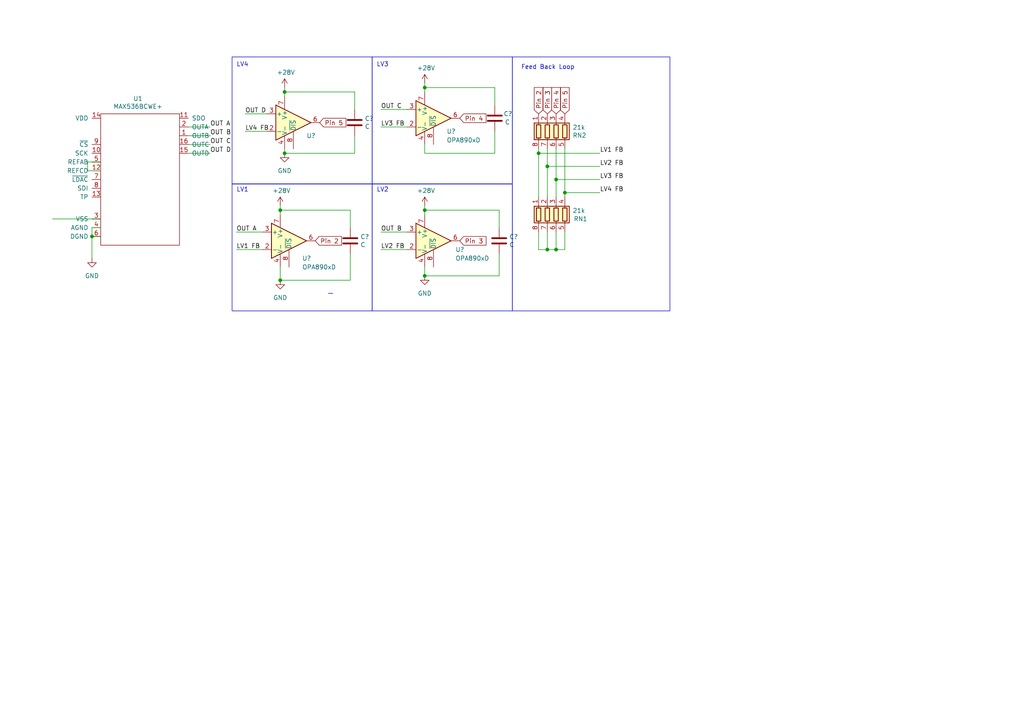
<source format=kicad_sch>
(kicad_sch (version 20230121) (generator eeschema)
  (paper "A4")
  (lib_symbols
    (symbol "Amplifier_Operational:OPA890xD" (pin_names (offset 0.127))
      (property "Reference" "U" (at -1.27 6.35 0))
      (property "Value" "OPA890xD" (at -1.27 3.81 0))
      (symbol "OPA890xD_0_1"
        (polyline (pts (xy -5.08 5.08) (xy 5.08 0) (xy -5.08 -5.08) (xy -5.08 5.08)) (stroke (width 0.254)) (fill (type background)))
        (pin power_in line (at -2.54 -7.62 90) (length 3.81) (name "V-") (number "4"))
        (pin power_in line (at -2.54 7.62 270) (length 3.81) (name "V+") (number "7"))
      )
      (symbol "OPA890xD_1_1"
        (pin no_connect line (at -5.08 5.08 270) (length 2.54) hide (name "NC") (number "1"))
        (pin input line (at -7.62 -2.54 0) (length 2.54) (name "-") (number "2"))
        (pin input line (at -7.62 2.54 0) (length 2.54) (name "+") (number "3"))
        (pin no_connect line (at -5.08 -5.08 90) (length 3.81) hide (name "NC") (number "5"))
        (pin output line (at 7.62 0 180) (length 2.54) (name "~") (number "6"))
        (pin input line (at 0 -7.62 90) (length 5.08) (name "~{DIS}") (number "8"))
      )
    )
    (symbol "Created Symbols for DACBoard:MAX536BCWE+" (pin_names (offset 1.016))
      (property "Reference" "U" (at 0 0 0))
      (property "Value" "MAX536BCWE+" (at 0 0 0))
      (symbol "MAX536BCWE+_0_1"
        (rectangle (start -11.43 -2.54) (end 11.43 -40.64))
      )
      (symbol "MAX536BCWE+_1_1"
        (pin output line (at 11.43 -8.89 0) (length 2.54) (name "OUTB") (number "1"))
        (pin input line (at -11.43 -13.97 180) (length 2.54) (name "SCK") (number "10"))
        (pin output line (at 11.43 -3.81 0) (length 2.54) (name "SDO") (number "11"))
        (pin input line (at -11.43 -19.05 180) (length 2.54) (name "REFCD") (number "12"))
        (pin input line (at -11.43 -26.67 180) (length 2.54) (name "TP") (number "13"))
        (pin power_in line (at -11.43 -3.81 180) (length 2.54) (name "VDD") (number "14"))
        (pin output line (at 11.43 -13.97 0) (length 2.54) (name "OUTD") (number "15"))
        (pin output line (at 11.43 -11.43 0) (length 2.54) (name "OUTC") (number "16"))
        (pin output line (at 11.43 -6.35 0) (length 2.54) (name "OUTA") (number "2"))
        (pin input line (at -11.43 -33.02 180) (length 2.54) (name "VSS") (number "3"))
        (pin input line (at -11.43 -35.56 180) (length 2.54) (name "AGND") (number "4"))
        (pin input line (at -11.43 -16.51 180) (length 2.54) (name "REFAB") (number "5"))
        (pin input line (at -11.43 -38.1 180) (length 2.54) (name "DGND") (number "6"))
        (pin input line (at -11.43 -21.59 180) (length 2.54) (name "~{LDAC}") (number "7"))
        (pin input line (at -11.43 -24.13 180) (length 2.54) (name "SDI") (number "8"))
        (pin input line (at -11.43 -11.43 180) (length 2.54) (name "~{CS}") (number "9"))
      )
    )
    (symbol "Device:C" (pin_numbers hide) (pin_names (offset 0.254))
      (property "Reference" "C" (at 0.635 2.54 0))
      (property "Value" "C" (at 0.635 -2.54 0))
      (symbol "C_0_1"
        (polyline (pts (xy -2.032 -0.762) (xy 2.032 -0.762)) (stroke (width 0.508)))
        (polyline (pts (xy -2.032 0.762) (xy 2.032 0.762)) (stroke (width 0.508)))
      )
      (symbol "C_1_1"
        (pin passive line (at 0 3.81 270) (length 2.794) (name "~") (number "1"))
        (pin passive line (at 0 -3.81 90) (length 2.794) (name "~") (number "2"))
      )
    )
    (symbol "Device:R_Pack04" (pin_names (offset 0) hide)
      (property "Reference" "RN" (at -7.62 0 90))
      (property "Value" "R_Pack04" (at 5.08 0 90))
      (symbol "R_Pack04_0_1"
        (rectangle (start -6.35 -2.413) (end 3.81 2.413) (stroke (width 0.254)) (fill (type background)))
        (rectangle (start -5.715 1.905) (end -4.445 -1.905) (stroke (width 0.254)))
        (rectangle (start -3.175 1.905) (end -1.905 -1.905) (stroke (width 0.254)))
        (rectangle (start -0.635 1.905) (end 0.635 -1.905) (stroke (width 0.254)))
        (polyline (pts (xy -5.08 -2.54) (xy -5.08 -1.905)))
        (polyline (pts (xy -5.08 1.905) (xy -5.08 2.54)))
        (polyline (pts (xy -2.54 -2.54) (xy -2.54 -1.905)))
        (polyline (pts (xy -2.54 1.905) (xy -2.54 2.54)))
        (polyline (pts (xy 0 -2.54) (xy 0 -1.905)))
        (polyline (pts (xy 0 1.905) (xy 0 2.54)))
        (polyline (pts (xy 2.54 -2.54) (xy 2.54 -1.905)))
        (polyline (pts (xy 2.54 1.905) (xy 2.54 2.54)))
        (rectangle (start 1.905 1.905) (end 3.175 -1.905) (stroke (width 0.254)))
      )
      (symbol "R_Pack04_1_1"
        (pin passive line (at -5.08 -5.08 90) (length 2.54) (name "R1.1") (number "1"))
        (pin passive line (at -2.54 -5.08 90) (length 2.54) (name "R2.1") (number "2"))
        (pin passive line (at 0 -5.08 90) (length 2.54) (name "R3.1") (number "3"))
        (pin passive line (at 2.54 -5.08 90) (length 2.54) (name "R4.1") (number "4"))
        (pin passive line (at 2.54 5.08 270) (length 2.54) (name "R4.2") (number "5"))
        (pin passive line (at 0 5.08 270) (length 2.54) (name "R3.2") (number "6"))
        (pin passive line (at -2.54 5.08 270) (length 2.54) (name "R2.2") (number "7"))
        (pin passive line (at -5.08 5.08 270) (length 2.54) (name "R1.2") (number "8"))
      )
    )
    (symbol "power:+28V" (power) (pin_names (offset 0))
      (property "Value" "+28V" (at 0 3.81 0))
      (symbol "+28V_0_1"
        (polyline (pts (xy -0.762 1.27) (xy 0 2.54)))
        (polyline (pts (xy 0 0) (xy 0 2.54)))
        (polyline (pts (xy 0 2.54) (xy 0.762 1.27)))
      )
      (symbol "+28V_1_1"
        (pin power_in line (at 0 0 90) (length 0) hide (name "+28V") (number "1"))
      )
    )
    (symbol "power:GND" (power) (pin_names (offset 0))
      (property "Value" "GND" (at 0 -3.81 0))
      (symbol "GND_0_1"
        (polyline (pts (xy 0 0) (xy 0 -1.27) (xy 1.27 -1.27) (xy 0 -2.54) (xy -1.27 -1.27) (xy 0 -1.27)))
      )
      (symbol "GND_1_1"
        (pin power_in line (at 0 0 270) (length 0) hide (name "GND") (number "1"))
      )
    )
  )
  (junction (at 123.19 60.96))
  (junction (at 156.21 44.45))
  (junction (at 26.67 68.58))
  (junction (at 163.83 55.88))
  (junction (at 123.19 80.01))
  (junction (at 161.29 52.07))
  (junction (at 123.19 25.4))
  (junction (at 161.29 72.39))
  (junction (at 82.55 44.45))
  (junction (at 158.75 72.39))
  (junction (at 82.55 26.67))
  (junction (at 81.28 60.96))
  (junction (at 158.75 48.26))
  (junction (at 81.28 81.28))
  (wire (pts (xy 82.55 26.67) (xy 82.55 27.94)))
  (wire (pts (xy 26.67 68.58) (xy 26.67 74.93)))
  (wire (pts (xy 81.28 60.96) (xy 101.6 60.96)))
  (wire (pts (xy 123.19 80.01) (xy 123.19 77.47)))
  (wire (pts (xy 54.61 41.91) (xy 60.96 41.91)))
  (wire (pts (xy 15.24 63.5) (xy 29.21 63.5)))
  (wire (pts (xy 71.12 38.1) (xy 77.47 38.1)))
  (wire (pts (xy 101.6 81.28) (xy 81.28 81.28)))
  (wire (pts (xy 110.49 72.39) (xy 118.11 72.39)))
  (wire (pts (xy 156.21 44.45) (xy 156.21 57.15)))
  (wire (pts (xy 161.29 67.31) (xy 161.29 72.39)))
  (wire (pts (xy 29.21 66.04) (xy 26.67 66.04)))
  (wire (pts (xy 123.19 60.96) (xy 123.19 62.23)))
  (wire (pts (xy 110.49 36.83) (xy 118.11 36.83)))
  (wire (pts (xy 161.29 52.07) (xy 173.99 52.07)))
  (wire (pts (xy 123.19 60.96) (xy 144.78 60.96)))
  (wire (pts (xy 163.83 55.88) (xy 163.83 57.15)))
  (wire (pts (xy 102.87 44.45) (xy 102.87 39.37)))
  (wire (pts (xy 26.67 66.04) (xy 26.67 68.58)))
  (wire (pts (xy 158.75 48.26) (xy 173.99 48.26)))
  (wire (pts (xy 81.28 60.96) (xy 81.28 62.23)))
  (wire (pts (xy 110.49 31.75) (xy 118.11 31.75)))
  (wire (pts (xy 143.51 30.48) (xy 143.51 25.4)))
  (wire (pts (xy 81.28 59.69) (xy 81.28 60.96)))
  (wire (pts (xy 156.21 67.31) (xy 156.21 72.39)))
  (wire (pts (xy 158.75 72.39) (xy 161.29 72.39)))
  (wire (pts (xy 82.55 44.45) (xy 82.55 43.18)))
  (wire (pts (xy 26.67 68.58) (xy 29.21 68.58)))
  (wire (pts (xy 156.21 43.18) (xy 156.21 44.45)))
  (wire (pts (xy 71.12 33.02) (xy 77.47 33.02)))
  (wire (pts (xy 163.83 55.88) (xy 173.99 55.88)))
  (wire (pts (xy 163.83 43.18) (xy 163.83 55.88)))
  (wire (pts (xy 82.55 25.4) (xy 82.55 26.67)))
  (wire (pts (xy 161.29 43.18) (xy 161.29 52.07)))
  (wire (pts (xy 158.75 67.31) (xy 158.75 72.39)))
  (wire (pts (xy 123.19 25.4) (xy 123.19 26.67)))
  (wire (pts (xy 163.83 72.39) (xy 163.83 67.31)))
  (wire (pts (xy 144.78 66.04) (xy 144.78 60.96)))
  (wire (pts (xy 144.78 73.66) (xy 144.78 80.01)))
  (wire (pts (xy 158.75 43.18) (xy 158.75 48.26)))
  (wire (pts (xy 123.19 44.45) (xy 123.19 41.91)))
  (wire (pts (xy 68.58 72.39) (xy 76.2 72.39)))
  (wire (pts (xy 25.4 49.53) (xy 25.4 46.99)))
  (wire (pts (xy 123.19 24.13) (xy 123.19 25.4)))
  (wire (pts (xy 82.55 44.45) (xy 102.87 44.45)))
  (wire (pts (xy 102.87 31.75) (xy 102.87 26.67)))
  (wire (pts (xy 29.21 49.53) (xy 25.4 49.53)))
  (wire (pts (xy 29.21 46.99) (xy 25.4 46.99)))
  (wire (pts (xy 102.87 26.67) (xy 82.55 26.67)))
  (wire (pts (xy 161.29 52.07) (xy 161.29 57.15)))
  (wire (pts (xy 143.51 44.45) (xy 143.51 38.1)))
  (wire (pts (xy 54.61 39.37) (xy 60.96 39.37)))
  (wire (pts (xy 158.75 48.26) (xy 158.75 57.15)))
  (wire (pts (xy 143.51 44.45) (xy 123.19 44.45)))
  (wire (pts (xy 123.19 59.69) (xy 123.19 60.96)))
  (wire (pts (xy 144.78 80.01) (xy 123.19 80.01)))
  (wire (pts (xy 81.28 81.28) (xy 81.28 77.47)))
  (wire (pts (xy 68.58 67.31) (xy 76.2 67.31)))
  (wire (pts (xy 156.21 72.39) (xy 158.75 72.39)))
  (wire (pts (xy 161.29 72.39) (xy 163.83 72.39)))
  (wire (pts (xy 101.6 60.96) (xy 101.6 66.04)))
  (wire (pts (xy 101.6 73.66) (xy 101.6 81.28)))
  (wire (pts (xy 156.21 44.45) (xy 173.99 44.45)))
  (wire (pts (xy 54.61 44.45) (xy 60.96 44.45)))
  (wire (pts (xy 54.61 36.83) (xy 60.96 36.83)))
  (wire (pts (xy 143.51 25.4) (xy 123.19 25.4)))
  (wire (pts (xy 110.49 67.31) (xy 118.11 67.31)))
  (rectangle (start 148.59 16.51) (end 194.31 90.17))
  (rectangle (start 107.95 16.51) (end 148.59 53.34))
  (rectangle (start 95.25 85.09) (end 96.52 85.09))
  (rectangle (start 67.31 16.51) (end 107.95 53.34))
  (rectangle (start 67.31 53.34) (end 107.95 90.17))
  (rectangle (start 107.95 53.34) (end 148.59 90.17))
  (text "LV1" (at 68.58 55.88 0) (effects (font (size 1.27 1.27)) (justify left bottom)))
  (text "LV3\n\n" (at 109.22 21.59 0) (effects (font (size 1.27 1.27)) (justify left bottom)))
  (text "Feed Back Loop\n" (at 151.13 20.32 0) (effects (font (size 1.27 1.27)) (justify left bottom)))
  (text "LV4\n\n" (at 68.58 21.59 0) (effects (font (size 1.27 1.27)) (justify left bottom)))
  (text "LV2\n" (at 109.22 55.88 0) (effects (font (size 1.27 1.27)) (justify left bottom)))
  (label "OUT B" (at 60.96 39.37 0))
  (label "OUT A" (at 60.96 36.83 0))
  (label "LV4 FB" (at 173.99 55.88 0))
  (label "LV3 FB" (at 173.99 52.07 0))
  (label "OUT D" (at 60.96 44.45 0))
  (label "LV4 FB" (at 71.12 38.1 0))
  (label "LV2 FB" (at 173.99 48.26 0))
  (label "LV2 FB" (at 110.49 72.39 0))
  (label "OUT C" (at 60.96 41.91 0))
  (label "OUT A" (at 68.58 67.31 0))
  (label "OUT C" (at 110.49 31.75 0))
  (label "OUT B" (at 110.49 67.31 0))
  (label "LV3 FB" (at 110.49 36.83 0))
  (label "LV1 FB" (at 173.99 44.45 0))
  (label "LV1 FB" (at 68.58 72.39 0))
  (label "OUT D" (at 71.12 33.02 0))
  (global_label "Pin 3" (shape input) (at 133.35 69.85 0) (property "Intersheetrefs" "${INTERSHEET_REFS}" (effects hide)))
  (global_label "Pin 3" (shape input) (at 158.75 33.02 90) (property "Intersheetrefs" "${INTERSHEET_REFS}" (effects hide)))
  (global_label "Pin 2" (shape input) (at 91.44 69.85 0) (property "Intersheetrefs" "${INTERSHEET_REFS}" (effects hide)))
  (global_label "Pin 4" (shape input) (at 133.35 34.29 0) (property "Intersheetrefs" "${INTERSHEET_REFS}" (effects hide)))
  (global_label "Pin 5" (shape input) (at 92.71 35.56 0) (property "Intersheetrefs" "${INTERSHEET_REFS}" (effects hide)))
  (global_label "Pin 2" (shape input) (at 156.21 33.02 90) (property "Intersheetrefs" "${INTERSHEET_REFS}" (effects hide)))
  (global_label "Pin 5" (shape input) (at 163.83 33.02 90) (property "Intersheetrefs" "${INTERSHEET_REFS}" (effects hide)))
  (global_label "Pin 4" (shape input) (at 161.29 33.02 90) (property "Intersheetrefs" "${INTERSHEET_REFS}" (effects hide)))
  (symbol (lib_id "power:+28V") (at 81.28 59.69 0) (unit 1)
    (property "Reference" "#PWR03" (effects hide))
    (property "Value" "+28V" (at 81.661 55.2958 0))
    (instances (project "dac_board" (path "" (reference "#PWR03") (unit 1)) (path "" (reference "#PWR09") (unit 1))))
  )
  (symbol (lib_id "power:GND") (at 81.28 81.28 0) (unit 1)
    (property "Reference" "#PWR05" (effects hide))
    (property "Value" "GND" (at 81.28 86.36 0))
    (instances (project "dac_board" (path "" (reference "#PWR05") (unit 1)) (path "" (reference "#PWR010") (unit 1))))
  )
  (symbol (lib_id "power:+28V") (at 123.19 24.13 0) (unit 1)
    (property "Reference" "#PWR01" (effects hide))
    (property "Value" "+28V" (at 123.571 19.7358 0))
    (instances (project "dac_board" (path "" (reference "#PWR01") (unit 1)) (path "" (reference "#PWR013") (unit 1))))
  )
  (symbol (lib_id "power:+28V") (at 82.55 25.4 0) (unit 1)
    (property "Reference" "#PWR?" (effects hide))
    (property "Value" "+28V" (at 82.931 21.0058 0))
    (instances (project "dac_board" (path "" (reference "#PWR?") (unit 1)) (path "" (reference "#PWR011") (unit 1))))
  )
  (symbol (lib_id "power:+28V") (at 123.19 59.69 0) (unit 1)
    (property "Reference" "#PWR02" (effects hide))
    (property "Value" "+28V" (at 123.571 55.2958 0))
    (instances (project "dac_board" (path "" (reference "#PWR02") (unit 1)) (path "" (reference "#PWR014") (unit 1))))
  )
  (symbol (lib_id "power:GND") (at 123.19 80.01 0) (unit 1)
    (property "Reference" "#PWR06" (effects hide))
    (property "Value" "GND" (at 123.19 85.09 0))
    (instances (project "dac_board" (path "" (reference "#PWR06") (unit 1)) (path "" (reference "#PWR015") (unit 1))))
  )
  (symbol (lib_id "Amplifier_Operational:OPA890xD") (at 83.82 69.85 0) (unit 1)
    (property "Reference" "U?" (at 87.63 74.93 0) (effects (justify left)))
    (property "Value" "OPA890xD" (at 87.63 77.47 0) (effects (justify left)))
    (property "Footprint" "Package_SO:SOIC-8_3.9x4.9mm_P1.27mm" (effects hide))
    (property "Datasheet" "https://www.ti.com/lit/ds/symlink/opa890.pdf" (effects hide))
    (instances (project "dac_board" (path "" (reference "U?") (unit 1)) (path "" (reference "U3") (unit 1))))
  )
  (symbol (lib_id "power:GND") (at 82.55 44.45 0) (unit 1)
    (property "Reference" "#PWR04" (effects hide))
    (property "Value" "GND" (at 82.55 49.53 0))
    (instances (project "dac_board" (path "" (reference "#PWR04") (unit 1)) (path "" (reference "#PWR012") (unit 1))))
  )
  (symbol (lib_id "Amplifier_Operational:OPA890xD") (at 85.09 35.56 0) (unit 1)
    (property "Reference" "U?" (at 88.9 39.37 0) (effects (justify left)))
    (property "Value" "OPA890xD" (effects hide))
    (property "Footprint" "Package_SO:SOIC-8_3.9x4.9mm_P1.27mm" (effects hide))
    (property "Datasheet" "https://www.ti.com/lit/ds/symlink/opa890.pdf" (effects hide))
    (instances (project "dac_board" (path "" (reference "U?") (unit 1)) (path "" (reference "U4") (unit 1))))
  )
  (symbol (lib_id "Device:C") (at 144.78 69.85 0) (unit 1)
    (property "Reference" "C?" (at 147.701 68.6816 0) (effects (justify left)))
    (property "Value" "C" (at 147.701 70.993 0) (effects (justify left)))
    (instances (project "dac_board" (path "" (reference "C?") (unit 1)) (path "" (reference "C4") (unit 1))))
  )
  (symbol (lib_id "Amplifier_Operational:OPA890xD") (at 125.73 69.85 0) (unit 1)
    (property "Reference" "U?" (at 132.08 72.39 0) (effects (justify left)))
    (property "Value" "OPA890xD" (at 132.08 74.93 0) (effects (justify left)))
    (property "Footprint" "Package_SO:SOIC-8_3.9x4.9mm_P1.27mm" (effects hide))
    (property "Datasheet" "https://www.ti.com/lit/ds/symlink/opa890.pdf" (effects hide))
    (instances (project "dac_board" (path "" (reference "U?") (unit 1)) (path "" (reference "U6") (unit 1))))
  )
  (symbol (lib_id "Device:C") (at 101.6 69.85 0) (unit 1)
    (property "Reference" "C?" (at 104.521 68.6816 0) (effects (justify left)))
    (property "Value" "C" (at 104.521 70.993 0) (effects (justify left)))
    (instances (project "dac_board" (path "" (reference "C?") (unit 1)) (path "" (reference "C1") (unit 1))))
  )
  (symbol (lib_id "Amplifier_Operational:OPA890xD") (at 125.73 34.29 0) (unit 1)
    (property "Reference" "U?" (at 129.54 38.1 0) (effects (justify left)))
    (property "Value" "OPA890xD" (at 129.54 40.64 0) (effects (justify left)))
    (property "Footprint" "Package_SO:SOIC-8_3.9x4.9mm_P1.27mm" (effects hide))
    (property "Datasheet" "https://www.ti.com/lit/ds/symlink/opa890.pdf" (effects hide))
    (instances (project "dac_board" (path "" (reference "U?") (unit 1)) (path "" (reference "U5") (unit 1))))
  )
  (symbol (lib_id "Device:C") (at 143.51 34.29 0) (unit 1)
    (property "Reference" "C?" (at 146.05 33.02 0) (effects (justify left)))
    (property "Value" "C" (at 146.431 35.433 0) (effects (justify left)))
    (instances (project "dac_board" (path "" (reference "C?") (unit 1)) (path "" (reference "C3") (unit 1))))
  )
  (symbol (lib_id "Device:R_Pack04") (at 161.29 38.1 0) (mirror x) (unit 1)
    (property "Reference" "RN2" (at 166.0652 39.2684 0) (effects (justify left)))
    (property "Value" "21k" (at 166.0652 36.957 0) (effects (justify left)))
    (instances (project "dac_board" (path "" (reference "RN2") (unit 1)) (path "" (reference "RN3") (unit 1))))
  )
  (symbol (lib_id "Device:C") (at 102.87 35.56 0) (unit 1)
    (property "Reference" "C?" (at 105.791 34.3916 0) (effects (justify left)))
    (property "Value" "C" (at 105.791 36.703 0) (effects (justify left)))
    (instances (project "dac_board" (path "" (reference "C?") (unit 1)) (path "" (reference "C2") (unit 1))))
  )
  (symbol (lib_id "Device:R_Pack04") (at 161.29 62.23 0) (mirror x) (unit 1)
    (property "Reference" "RN1" (at 166.37 63.5 0) (effects (justify left)))
    (property "Value" "21k" (at 166.0652 61.087 0) (effects (justify left)))
    (instances (project "dac_board" (path "" (reference "RN1") (unit 1)) (path "" (reference "RN4") (unit 1))))
  )
  (symbol (lib_id "power:GND") (at 26.67 74.93 0) (unit 1)
    (property "Reference" "#PWR07" (effects hide))
    (property "Value" "GND" (at 26.67 80.01 0))
    (instances (project "dac_board" (path "" (reference "#PWR07") (unit 1)) (path "" (reference "#PWR08") (unit 1))))
  )
  (symbol (lib_id "Created Symbols for DACBoard:MAX536BCWE+") (at 40.64 30.48 0) (unit 1)
    (property "Reference" "U1" (at 40.005 28.575 0))
    (property "Value" "MAX536BCWE+" (at 40.005 30.8864 0))
    (instances (project "dac_board" (path "" (reference "U1") (unit 1)) (path "" (reference "U2") (unit 1))))
  )
)
</source>
